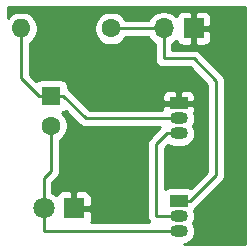
<source format=gbr>
G04 #@! TF.GenerationSoftware,KiCad,Pcbnew,(5.1.5)-3*
G04 #@! TF.CreationDate,2020-05-15T17:18:22+09:00*
G04 #@! TF.ProjectId,test1,74657374-312e-46b6-9963-61645f706362,rev?*
G04 #@! TF.SameCoordinates,Original*
G04 #@! TF.FileFunction,Copper,L1,Top*
G04 #@! TF.FilePolarity,Positive*
%FSLAX46Y46*%
G04 Gerber Fmt 4.6, Leading zero omitted, Abs format (unit mm)*
G04 Created by KiCad (PCBNEW (5.1.5)-3) date 2020-05-15 17:18:22*
%MOMM*%
%LPD*%
G04 APERTURE LIST*
%ADD10R,1.600000X1.600000*%
%ADD11C,1.600000*%
%ADD12R,1.800000X1.800000*%
%ADD13C,1.800000*%
%ADD14R,1.700000X1.700000*%
%ADD15O,1.700000X1.700000*%
%ADD16R,1.500000X1.050000*%
%ADD17O,1.500000X1.050000*%
%ADD18O,1.600000X1.600000*%
%ADD19C,0.250000*%
%ADD20C,0.254000*%
G04 APERTURE END LIST*
D10*
X83185000Y-108585000D03*
D11*
X83185000Y-111085000D03*
D12*
X85090000Y-118110000D03*
D13*
X82550000Y-118110000D03*
D14*
X95250000Y-102870000D03*
D15*
X92710000Y-102870000D03*
D16*
X93980000Y-109220000D03*
D17*
X93980000Y-111760000D03*
X93980000Y-110490000D03*
X93980000Y-118745000D03*
X93980000Y-120015000D03*
D16*
X93980000Y-117475000D03*
D11*
X88265000Y-102870000D03*
D18*
X80645000Y-102870000D03*
D19*
X92980000Y-110490000D02*
X93980000Y-110490000D01*
X84235000Y-108585000D02*
X86140000Y-110490000D01*
X86140000Y-110490000D02*
X92980000Y-110490000D01*
X83185000Y-108585000D02*
X84235000Y-108585000D01*
X82135000Y-108585000D02*
X83185000Y-108585000D01*
X80645000Y-107095000D02*
X82135000Y-108585000D01*
X80645000Y-102870000D02*
X80645000Y-107095000D01*
X83185000Y-111085000D02*
X83185000Y-114935000D01*
X82550000Y-115570000D02*
X82550000Y-118110000D01*
X83185000Y-114935000D02*
X82550000Y-115570000D01*
X82550000Y-118110000D02*
X82550000Y-120015000D01*
X82550000Y-120015000D02*
X93980000Y-120015000D01*
X94980000Y-117475000D02*
X97155000Y-115300000D01*
X93980000Y-117475000D02*
X94980000Y-117475000D01*
X97155000Y-107315000D02*
X95250000Y-105410000D01*
X97155000Y-115300000D02*
X97155000Y-107315000D01*
X95250000Y-105410000D02*
X92710000Y-105410000D01*
X92710000Y-105410000D02*
X92710000Y-102870000D01*
X88265000Y-102870000D02*
X92710000Y-102870000D01*
X93980000Y-118745000D02*
X92075000Y-118745000D01*
X92075000Y-112665000D02*
X92980000Y-111760000D01*
X92980000Y-111760000D02*
X93980000Y-111760000D01*
X92075000Y-118745000D02*
X92075000Y-112665000D01*
D20*
G36*
X99568000Y-121158000D02*
G01*
X94433109Y-121158000D01*
X94651060Y-121091885D01*
X94852579Y-120984171D01*
X95029212Y-120839212D01*
X95174171Y-120662579D01*
X95281885Y-120461060D01*
X95348215Y-120242400D01*
X95370612Y-120015000D01*
X95348215Y-119787600D01*
X95281885Y-119568940D01*
X95180895Y-119380000D01*
X95281885Y-119191060D01*
X95348215Y-118972400D01*
X95370612Y-118745000D01*
X95348215Y-118517600D01*
X95284907Y-118308902D01*
X95319502Y-118244180D01*
X95351686Y-118138084D01*
X95404276Y-118109974D01*
X95520001Y-118015001D01*
X95543804Y-117985998D01*
X97666009Y-115863794D01*
X97695001Y-115840001D01*
X97718795Y-115811008D01*
X97718799Y-115811004D01*
X97789973Y-115724277D01*
X97789974Y-115724276D01*
X97860546Y-115592247D01*
X97904003Y-115448986D01*
X97915000Y-115337333D01*
X97915000Y-115337324D01*
X97918676Y-115300001D01*
X97915000Y-115262678D01*
X97915000Y-107352323D01*
X97918676Y-107315000D01*
X97915000Y-107277677D01*
X97915000Y-107277667D01*
X97904003Y-107166014D01*
X97860546Y-107022753D01*
X97789974Y-106890724D01*
X97695001Y-106774999D01*
X97666003Y-106751201D01*
X95813804Y-104899003D01*
X95790001Y-104869999D01*
X95674276Y-104775026D01*
X95542247Y-104704454D01*
X95398986Y-104660997D01*
X95287333Y-104650000D01*
X95287322Y-104650000D01*
X95250000Y-104646324D01*
X95212678Y-104650000D01*
X93470000Y-104650000D01*
X93470000Y-104148178D01*
X93656632Y-104023475D01*
X93788487Y-103891620D01*
X93810498Y-103964180D01*
X93869463Y-104074494D01*
X93948815Y-104171185D01*
X94045506Y-104250537D01*
X94155820Y-104309502D01*
X94275518Y-104345812D01*
X94400000Y-104358072D01*
X94964250Y-104355000D01*
X95123000Y-104196250D01*
X95123000Y-102997000D01*
X95377000Y-102997000D01*
X95377000Y-104196250D01*
X95535750Y-104355000D01*
X96100000Y-104358072D01*
X96224482Y-104345812D01*
X96344180Y-104309502D01*
X96454494Y-104250537D01*
X96551185Y-104171185D01*
X96630537Y-104074494D01*
X96689502Y-103964180D01*
X96725812Y-103844482D01*
X96738072Y-103720000D01*
X96735000Y-103155750D01*
X96576250Y-102997000D01*
X95377000Y-102997000D01*
X95123000Y-102997000D01*
X95103000Y-102997000D01*
X95103000Y-102743000D01*
X95123000Y-102743000D01*
X95123000Y-101543750D01*
X95377000Y-101543750D01*
X95377000Y-102743000D01*
X96576250Y-102743000D01*
X96735000Y-102584250D01*
X96738072Y-102020000D01*
X96725812Y-101895518D01*
X96689502Y-101775820D01*
X96630537Y-101665506D01*
X96551185Y-101568815D01*
X96454494Y-101489463D01*
X96344180Y-101430498D01*
X96224482Y-101394188D01*
X96100000Y-101381928D01*
X95535750Y-101385000D01*
X95377000Y-101543750D01*
X95123000Y-101543750D01*
X94964250Y-101385000D01*
X94400000Y-101381928D01*
X94275518Y-101394188D01*
X94155820Y-101430498D01*
X94045506Y-101489463D01*
X93948815Y-101568815D01*
X93869463Y-101665506D01*
X93810498Y-101775820D01*
X93788487Y-101848380D01*
X93656632Y-101716525D01*
X93413411Y-101554010D01*
X93143158Y-101442068D01*
X92856260Y-101385000D01*
X92563740Y-101385000D01*
X92276842Y-101442068D01*
X92006589Y-101554010D01*
X91763368Y-101716525D01*
X91556525Y-101923368D01*
X91431822Y-102110000D01*
X89483043Y-102110000D01*
X89379637Y-101955241D01*
X89179759Y-101755363D01*
X88944727Y-101598320D01*
X88683574Y-101490147D01*
X88406335Y-101435000D01*
X88123665Y-101435000D01*
X87846426Y-101490147D01*
X87585273Y-101598320D01*
X87350241Y-101755363D01*
X87150363Y-101955241D01*
X86993320Y-102190273D01*
X86885147Y-102451426D01*
X86830000Y-102728665D01*
X86830000Y-103011335D01*
X86885147Y-103288574D01*
X86993320Y-103549727D01*
X87150363Y-103784759D01*
X87350241Y-103984637D01*
X87585273Y-104141680D01*
X87846426Y-104249853D01*
X88123665Y-104305000D01*
X88406335Y-104305000D01*
X88683574Y-104249853D01*
X88944727Y-104141680D01*
X89179759Y-103984637D01*
X89379637Y-103784759D01*
X89483043Y-103630000D01*
X91431822Y-103630000D01*
X91556525Y-103816632D01*
X91763368Y-104023475D01*
X91950000Y-104148179D01*
X91950000Y-105372667D01*
X91946323Y-105410000D01*
X91960997Y-105558986D01*
X92004454Y-105702247D01*
X92075026Y-105834276D01*
X92146200Y-105921002D01*
X92169999Y-105950001D01*
X92285724Y-106044974D01*
X92417753Y-106115546D01*
X92561014Y-106159003D01*
X92710000Y-106173677D01*
X92747333Y-106170000D01*
X94935199Y-106170000D01*
X96395001Y-107629803D01*
X96395000Y-114985197D01*
X95003844Y-116376354D01*
X94974180Y-116360498D01*
X94854482Y-116324188D01*
X94730000Y-116311928D01*
X93230000Y-116311928D01*
X93105518Y-116324188D01*
X92985820Y-116360498D01*
X92875506Y-116419463D01*
X92835000Y-116452705D01*
X92835000Y-112979801D01*
X93095453Y-112719349D01*
X93107421Y-112729171D01*
X93308940Y-112836885D01*
X93527600Y-112903215D01*
X93698021Y-112920000D01*
X94261979Y-112920000D01*
X94432400Y-112903215D01*
X94651060Y-112836885D01*
X94852579Y-112729171D01*
X95029212Y-112584212D01*
X95174171Y-112407579D01*
X95281885Y-112206060D01*
X95348215Y-111987400D01*
X95370612Y-111760000D01*
X95348215Y-111532600D01*
X95281885Y-111313940D01*
X95180895Y-111125000D01*
X95281885Y-110936060D01*
X95348215Y-110717400D01*
X95370612Y-110490000D01*
X95348215Y-110262600D01*
X95284907Y-110053902D01*
X95319502Y-109989180D01*
X95355812Y-109869482D01*
X95368072Y-109745000D01*
X95365000Y-109505750D01*
X95206250Y-109347000D01*
X94433109Y-109347000D01*
X94432400Y-109346785D01*
X94261979Y-109330000D01*
X93698021Y-109330000D01*
X93527600Y-109346785D01*
X93526891Y-109347000D01*
X92753750Y-109347000D01*
X92595000Y-109505750D01*
X92592121Y-109730000D01*
X86454802Y-109730000D01*
X85419802Y-108695000D01*
X92591928Y-108695000D01*
X92595000Y-108934250D01*
X92753750Y-109093000D01*
X93853000Y-109093000D01*
X93853000Y-108218750D01*
X94107000Y-108218750D01*
X94107000Y-109093000D01*
X95206250Y-109093000D01*
X95365000Y-108934250D01*
X95368072Y-108695000D01*
X95355812Y-108570518D01*
X95319502Y-108450820D01*
X95260537Y-108340506D01*
X95181185Y-108243815D01*
X95084494Y-108164463D01*
X94974180Y-108105498D01*
X94854482Y-108069188D01*
X94730000Y-108056928D01*
X94265750Y-108060000D01*
X94107000Y-108218750D01*
X93853000Y-108218750D01*
X93694250Y-108060000D01*
X93230000Y-108056928D01*
X93105518Y-108069188D01*
X92985820Y-108105498D01*
X92875506Y-108164463D01*
X92778815Y-108243815D01*
X92699463Y-108340506D01*
X92640498Y-108450820D01*
X92604188Y-108570518D01*
X92591928Y-108695000D01*
X85419802Y-108695000D01*
X84798804Y-108074003D01*
X84775001Y-108044999D01*
X84659276Y-107950026D01*
X84623072Y-107930674D01*
X84623072Y-107785000D01*
X84610812Y-107660518D01*
X84574502Y-107540820D01*
X84515537Y-107430506D01*
X84436185Y-107333815D01*
X84339494Y-107254463D01*
X84229180Y-107195498D01*
X84109482Y-107159188D01*
X83985000Y-107146928D01*
X82385000Y-107146928D01*
X82260518Y-107159188D01*
X82140820Y-107195498D01*
X82030506Y-107254463D01*
X81947437Y-107322636D01*
X81405000Y-106780199D01*
X81405000Y-104088043D01*
X81559759Y-103984637D01*
X81759637Y-103784759D01*
X81916680Y-103549727D01*
X82024853Y-103288574D01*
X82080000Y-103011335D01*
X82080000Y-102728665D01*
X82024853Y-102451426D01*
X81916680Y-102190273D01*
X81759637Y-101955241D01*
X81559759Y-101755363D01*
X81324727Y-101598320D01*
X81063574Y-101490147D01*
X80786335Y-101435000D01*
X80503665Y-101435000D01*
X80226426Y-101490147D01*
X79965273Y-101598320D01*
X79730241Y-101755363D01*
X79530363Y-101955241D01*
X79502000Y-101997689D01*
X79502000Y-101092000D01*
X99568000Y-101092000D01*
X99568000Y-121158000D01*
G37*
X99568000Y-121158000D02*
X94433109Y-121158000D01*
X94651060Y-121091885D01*
X94852579Y-120984171D01*
X95029212Y-120839212D01*
X95174171Y-120662579D01*
X95281885Y-120461060D01*
X95348215Y-120242400D01*
X95370612Y-120015000D01*
X95348215Y-119787600D01*
X95281885Y-119568940D01*
X95180895Y-119380000D01*
X95281885Y-119191060D01*
X95348215Y-118972400D01*
X95370612Y-118745000D01*
X95348215Y-118517600D01*
X95284907Y-118308902D01*
X95319502Y-118244180D01*
X95351686Y-118138084D01*
X95404276Y-118109974D01*
X95520001Y-118015001D01*
X95543804Y-117985998D01*
X97666009Y-115863794D01*
X97695001Y-115840001D01*
X97718795Y-115811008D01*
X97718799Y-115811004D01*
X97789973Y-115724277D01*
X97789974Y-115724276D01*
X97860546Y-115592247D01*
X97904003Y-115448986D01*
X97915000Y-115337333D01*
X97915000Y-115337324D01*
X97918676Y-115300001D01*
X97915000Y-115262678D01*
X97915000Y-107352323D01*
X97918676Y-107315000D01*
X97915000Y-107277677D01*
X97915000Y-107277667D01*
X97904003Y-107166014D01*
X97860546Y-107022753D01*
X97789974Y-106890724D01*
X97695001Y-106774999D01*
X97666003Y-106751201D01*
X95813804Y-104899003D01*
X95790001Y-104869999D01*
X95674276Y-104775026D01*
X95542247Y-104704454D01*
X95398986Y-104660997D01*
X95287333Y-104650000D01*
X95287322Y-104650000D01*
X95250000Y-104646324D01*
X95212678Y-104650000D01*
X93470000Y-104650000D01*
X93470000Y-104148178D01*
X93656632Y-104023475D01*
X93788487Y-103891620D01*
X93810498Y-103964180D01*
X93869463Y-104074494D01*
X93948815Y-104171185D01*
X94045506Y-104250537D01*
X94155820Y-104309502D01*
X94275518Y-104345812D01*
X94400000Y-104358072D01*
X94964250Y-104355000D01*
X95123000Y-104196250D01*
X95123000Y-102997000D01*
X95377000Y-102997000D01*
X95377000Y-104196250D01*
X95535750Y-104355000D01*
X96100000Y-104358072D01*
X96224482Y-104345812D01*
X96344180Y-104309502D01*
X96454494Y-104250537D01*
X96551185Y-104171185D01*
X96630537Y-104074494D01*
X96689502Y-103964180D01*
X96725812Y-103844482D01*
X96738072Y-103720000D01*
X96735000Y-103155750D01*
X96576250Y-102997000D01*
X95377000Y-102997000D01*
X95123000Y-102997000D01*
X95103000Y-102997000D01*
X95103000Y-102743000D01*
X95123000Y-102743000D01*
X95123000Y-101543750D01*
X95377000Y-101543750D01*
X95377000Y-102743000D01*
X96576250Y-102743000D01*
X96735000Y-102584250D01*
X96738072Y-102020000D01*
X96725812Y-101895518D01*
X96689502Y-101775820D01*
X96630537Y-101665506D01*
X96551185Y-101568815D01*
X96454494Y-101489463D01*
X96344180Y-101430498D01*
X96224482Y-101394188D01*
X96100000Y-101381928D01*
X95535750Y-101385000D01*
X95377000Y-101543750D01*
X95123000Y-101543750D01*
X94964250Y-101385000D01*
X94400000Y-101381928D01*
X94275518Y-101394188D01*
X94155820Y-101430498D01*
X94045506Y-101489463D01*
X93948815Y-101568815D01*
X93869463Y-101665506D01*
X93810498Y-101775820D01*
X93788487Y-101848380D01*
X93656632Y-101716525D01*
X93413411Y-101554010D01*
X93143158Y-101442068D01*
X92856260Y-101385000D01*
X92563740Y-101385000D01*
X92276842Y-101442068D01*
X92006589Y-101554010D01*
X91763368Y-101716525D01*
X91556525Y-101923368D01*
X91431822Y-102110000D01*
X89483043Y-102110000D01*
X89379637Y-101955241D01*
X89179759Y-101755363D01*
X88944727Y-101598320D01*
X88683574Y-101490147D01*
X88406335Y-101435000D01*
X88123665Y-101435000D01*
X87846426Y-101490147D01*
X87585273Y-101598320D01*
X87350241Y-101755363D01*
X87150363Y-101955241D01*
X86993320Y-102190273D01*
X86885147Y-102451426D01*
X86830000Y-102728665D01*
X86830000Y-103011335D01*
X86885147Y-103288574D01*
X86993320Y-103549727D01*
X87150363Y-103784759D01*
X87350241Y-103984637D01*
X87585273Y-104141680D01*
X87846426Y-104249853D01*
X88123665Y-104305000D01*
X88406335Y-104305000D01*
X88683574Y-104249853D01*
X88944727Y-104141680D01*
X89179759Y-103984637D01*
X89379637Y-103784759D01*
X89483043Y-103630000D01*
X91431822Y-103630000D01*
X91556525Y-103816632D01*
X91763368Y-104023475D01*
X91950000Y-104148179D01*
X91950000Y-105372667D01*
X91946323Y-105410000D01*
X91960997Y-105558986D01*
X92004454Y-105702247D01*
X92075026Y-105834276D01*
X92146200Y-105921002D01*
X92169999Y-105950001D01*
X92285724Y-106044974D01*
X92417753Y-106115546D01*
X92561014Y-106159003D01*
X92710000Y-106173677D01*
X92747333Y-106170000D01*
X94935199Y-106170000D01*
X96395001Y-107629803D01*
X96395000Y-114985197D01*
X95003844Y-116376354D01*
X94974180Y-116360498D01*
X94854482Y-116324188D01*
X94730000Y-116311928D01*
X93230000Y-116311928D01*
X93105518Y-116324188D01*
X92985820Y-116360498D01*
X92875506Y-116419463D01*
X92835000Y-116452705D01*
X92835000Y-112979801D01*
X93095453Y-112719349D01*
X93107421Y-112729171D01*
X93308940Y-112836885D01*
X93527600Y-112903215D01*
X93698021Y-112920000D01*
X94261979Y-112920000D01*
X94432400Y-112903215D01*
X94651060Y-112836885D01*
X94852579Y-112729171D01*
X95029212Y-112584212D01*
X95174171Y-112407579D01*
X95281885Y-112206060D01*
X95348215Y-111987400D01*
X95370612Y-111760000D01*
X95348215Y-111532600D01*
X95281885Y-111313940D01*
X95180895Y-111125000D01*
X95281885Y-110936060D01*
X95348215Y-110717400D01*
X95370612Y-110490000D01*
X95348215Y-110262600D01*
X95284907Y-110053902D01*
X95319502Y-109989180D01*
X95355812Y-109869482D01*
X95368072Y-109745000D01*
X95365000Y-109505750D01*
X95206250Y-109347000D01*
X94433109Y-109347000D01*
X94432400Y-109346785D01*
X94261979Y-109330000D01*
X93698021Y-109330000D01*
X93527600Y-109346785D01*
X93526891Y-109347000D01*
X92753750Y-109347000D01*
X92595000Y-109505750D01*
X92592121Y-109730000D01*
X86454802Y-109730000D01*
X85419802Y-108695000D01*
X92591928Y-108695000D01*
X92595000Y-108934250D01*
X92753750Y-109093000D01*
X93853000Y-109093000D01*
X93853000Y-108218750D01*
X94107000Y-108218750D01*
X94107000Y-109093000D01*
X95206250Y-109093000D01*
X95365000Y-108934250D01*
X95368072Y-108695000D01*
X95355812Y-108570518D01*
X95319502Y-108450820D01*
X95260537Y-108340506D01*
X95181185Y-108243815D01*
X95084494Y-108164463D01*
X94974180Y-108105498D01*
X94854482Y-108069188D01*
X94730000Y-108056928D01*
X94265750Y-108060000D01*
X94107000Y-108218750D01*
X93853000Y-108218750D01*
X93694250Y-108060000D01*
X93230000Y-108056928D01*
X93105518Y-108069188D01*
X92985820Y-108105498D01*
X92875506Y-108164463D01*
X92778815Y-108243815D01*
X92699463Y-108340506D01*
X92640498Y-108450820D01*
X92604188Y-108570518D01*
X92591928Y-108695000D01*
X85419802Y-108695000D01*
X84798804Y-108074003D01*
X84775001Y-108044999D01*
X84659276Y-107950026D01*
X84623072Y-107930674D01*
X84623072Y-107785000D01*
X84610812Y-107660518D01*
X84574502Y-107540820D01*
X84515537Y-107430506D01*
X84436185Y-107333815D01*
X84339494Y-107254463D01*
X84229180Y-107195498D01*
X84109482Y-107159188D01*
X83985000Y-107146928D01*
X82385000Y-107146928D01*
X82260518Y-107159188D01*
X82140820Y-107195498D01*
X82030506Y-107254463D01*
X81947437Y-107322636D01*
X81405000Y-106780199D01*
X81405000Y-104088043D01*
X81559759Y-103984637D01*
X81759637Y-103784759D01*
X81916680Y-103549727D01*
X82024853Y-103288574D01*
X82080000Y-103011335D01*
X82080000Y-102728665D01*
X82024853Y-102451426D01*
X81916680Y-102190273D01*
X81759637Y-101955241D01*
X81559759Y-101755363D01*
X81324727Y-101598320D01*
X81063574Y-101490147D01*
X80786335Y-101435000D01*
X80503665Y-101435000D01*
X80226426Y-101490147D01*
X79965273Y-101598320D01*
X79730241Y-101755363D01*
X79530363Y-101955241D01*
X79502000Y-101997689D01*
X79502000Y-101092000D01*
X99568000Y-101092000D01*
X99568000Y-121158000D01*
G36*
X85576201Y-111001003D02*
G01*
X85599999Y-111030001D01*
X85715724Y-111124974D01*
X85847753Y-111195546D01*
X85991014Y-111239003D01*
X86102667Y-111250000D01*
X86102677Y-111250000D01*
X86140000Y-111253676D01*
X86177323Y-111250000D01*
X92415198Y-111250000D01*
X91563998Y-112101201D01*
X91535000Y-112124999D01*
X91511202Y-112153997D01*
X91511201Y-112153998D01*
X91440026Y-112240724D01*
X91369454Y-112372754D01*
X91341517Y-112464853D01*
X91325998Y-112516014D01*
X91319281Y-112584212D01*
X91311324Y-112665000D01*
X91315001Y-112702332D01*
X91315000Y-118707667D01*
X91311323Y-118745000D01*
X91325997Y-118893986D01*
X91369454Y-119037247D01*
X91440026Y-119169276D01*
X91457904Y-119191060D01*
X91510378Y-119255000D01*
X86579064Y-119255000D01*
X86579502Y-119254180D01*
X86615812Y-119134482D01*
X86628072Y-119010000D01*
X86625000Y-118395750D01*
X86466250Y-118237000D01*
X85217000Y-118237000D01*
X85217000Y-118257000D01*
X84963000Y-118257000D01*
X84963000Y-118237000D01*
X84943000Y-118237000D01*
X84943000Y-117983000D01*
X84963000Y-117983000D01*
X84963000Y-116733750D01*
X85217000Y-116733750D01*
X85217000Y-117983000D01*
X86466250Y-117983000D01*
X86625000Y-117824250D01*
X86628072Y-117210000D01*
X86615812Y-117085518D01*
X86579502Y-116965820D01*
X86520537Y-116855506D01*
X86441185Y-116758815D01*
X86344494Y-116679463D01*
X86234180Y-116620498D01*
X86114482Y-116584188D01*
X85990000Y-116571928D01*
X85375750Y-116575000D01*
X85217000Y-116733750D01*
X84963000Y-116733750D01*
X84804250Y-116575000D01*
X84190000Y-116571928D01*
X84065518Y-116584188D01*
X83945820Y-116620498D01*
X83835506Y-116679463D01*
X83738815Y-116758815D01*
X83659463Y-116855506D01*
X83600498Y-116965820D01*
X83594944Y-116984127D01*
X83528505Y-116917688D01*
X83310000Y-116771687D01*
X83310000Y-115884801D01*
X83696002Y-115498800D01*
X83725001Y-115475001D01*
X83819974Y-115359276D01*
X83890546Y-115227247D01*
X83934003Y-115083986D01*
X83945000Y-114972333D01*
X83948677Y-114935000D01*
X83945000Y-114897667D01*
X83945000Y-112303043D01*
X84099759Y-112199637D01*
X84299637Y-111999759D01*
X84456680Y-111764727D01*
X84564853Y-111503574D01*
X84620000Y-111226335D01*
X84620000Y-110943665D01*
X84564853Y-110666426D01*
X84456680Y-110405273D01*
X84299637Y-110170241D01*
X84133057Y-110003661D01*
X84229180Y-109974502D01*
X84339494Y-109915537D01*
X84422563Y-109847364D01*
X85576201Y-111001003D01*
G37*
X85576201Y-111001003D02*
X85599999Y-111030001D01*
X85715724Y-111124974D01*
X85847753Y-111195546D01*
X85991014Y-111239003D01*
X86102667Y-111250000D01*
X86102677Y-111250000D01*
X86140000Y-111253676D01*
X86177323Y-111250000D01*
X92415198Y-111250000D01*
X91563998Y-112101201D01*
X91535000Y-112124999D01*
X91511202Y-112153997D01*
X91511201Y-112153998D01*
X91440026Y-112240724D01*
X91369454Y-112372754D01*
X91341517Y-112464853D01*
X91325998Y-112516014D01*
X91319281Y-112584212D01*
X91311324Y-112665000D01*
X91315001Y-112702332D01*
X91315000Y-118707667D01*
X91311323Y-118745000D01*
X91325997Y-118893986D01*
X91369454Y-119037247D01*
X91440026Y-119169276D01*
X91457904Y-119191060D01*
X91510378Y-119255000D01*
X86579064Y-119255000D01*
X86579502Y-119254180D01*
X86615812Y-119134482D01*
X86628072Y-119010000D01*
X86625000Y-118395750D01*
X86466250Y-118237000D01*
X85217000Y-118237000D01*
X85217000Y-118257000D01*
X84963000Y-118257000D01*
X84963000Y-118237000D01*
X84943000Y-118237000D01*
X84943000Y-117983000D01*
X84963000Y-117983000D01*
X84963000Y-116733750D01*
X85217000Y-116733750D01*
X85217000Y-117983000D01*
X86466250Y-117983000D01*
X86625000Y-117824250D01*
X86628072Y-117210000D01*
X86615812Y-117085518D01*
X86579502Y-116965820D01*
X86520537Y-116855506D01*
X86441185Y-116758815D01*
X86344494Y-116679463D01*
X86234180Y-116620498D01*
X86114482Y-116584188D01*
X85990000Y-116571928D01*
X85375750Y-116575000D01*
X85217000Y-116733750D01*
X84963000Y-116733750D01*
X84804250Y-116575000D01*
X84190000Y-116571928D01*
X84065518Y-116584188D01*
X83945820Y-116620498D01*
X83835506Y-116679463D01*
X83738815Y-116758815D01*
X83659463Y-116855506D01*
X83600498Y-116965820D01*
X83594944Y-116984127D01*
X83528505Y-116917688D01*
X83310000Y-116771687D01*
X83310000Y-115884801D01*
X83696002Y-115498800D01*
X83725001Y-115475001D01*
X83819974Y-115359276D01*
X83890546Y-115227247D01*
X83934003Y-115083986D01*
X83945000Y-114972333D01*
X83948677Y-114935000D01*
X83945000Y-114897667D01*
X83945000Y-112303043D01*
X84099759Y-112199637D01*
X84299637Y-111999759D01*
X84456680Y-111764727D01*
X84564853Y-111503574D01*
X84620000Y-111226335D01*
X84620000Y-110943665D01*
X84564853Y-110666426D01*
X84456680Y-110405273D01*
X84299637Y-110170241D01*
X84133057Y-110003661D01*
X84229180Y-109974502D01*
X84339494Y-109915537D01*
X84422563Y-109847364D01*
X85576201Y-111001003D01*
M02*

</source>
